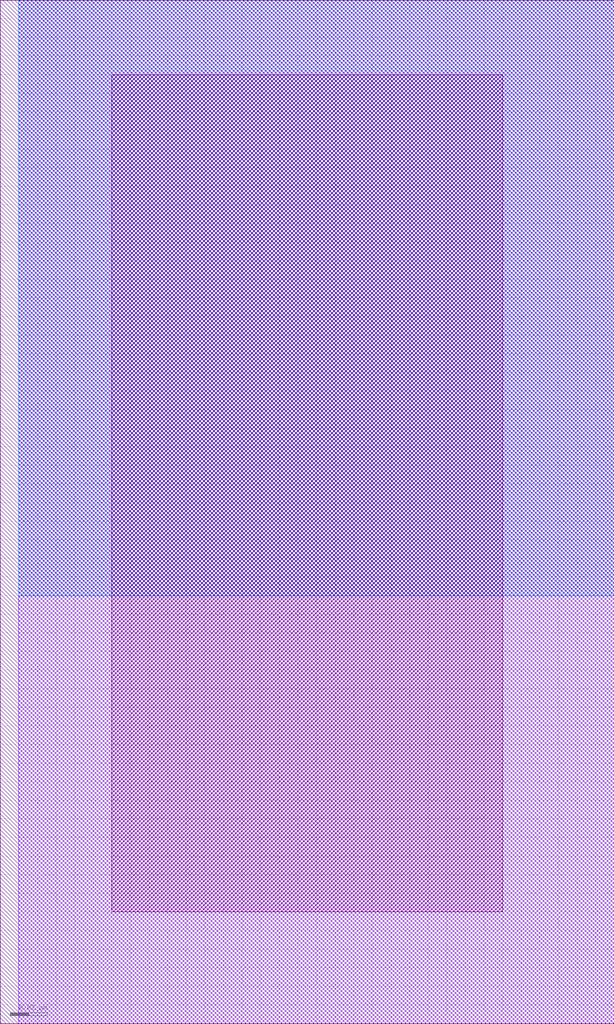
<source format=lef>
VERSION 5.7 ;
  NOWIREEXTENSIONATPIN ON ;
  DIVIDERCHAR "/" ;
  BUSBITCHARS "[]" ;
UNITS
  DATABASE MICRONS 200 ;
END UNITS

LAYER via2
  TYPE CUT ;
END via2

LAYER via
  TYPE CUT ;
END via

LAYER nwell
  TYPE MASTERSLICE ;
END nwell

LAYER via3
  TYPE CUT ;
END via3

LAYER pwell
  TYPE MASTERSLICE ;
END pwell

LAYER via4
  TYPE CUT ;
END via4

LAYER mcon
  TYPE CUT ;
END mcon

LAYER met6
  TYPE ROUTING ;
  WIDTH 0.030000 ;
  SPACING 0.040000 ;
  DIRECTION HORIZONTAL ;
END met6

LAYER met1
  TYPE ROUTING ;
  WIDTH 0.140000 ;
  SPACING 0.140000 ;
  DIRECTION HORIZONTAL ;
END met1

LAYER met3
  TYPE ROUTING ;
  WIDTH 0.300000 ;
  SPACING 0.300000 ;
  DIRECTION HORIZONTAL ;
END met3

LAYER met2
  TYPE ROUTING ;
  WIDTH 0.140000 ;
  SPACING 0.140000 ;
  DIRECTION HORIZONTAL ;
END met2

LAYER met4
  TYPE ROUTING ;
  WIDTH 0.300000 ;
  SPACING 0.300000 ;
  DIRECTION HORIZONTAL ;
END met4

LAYER met5
  TYPE ROUTING ;
  WIDTH 1.600000 ;
  SPACING 1.600000 ;
  DIRECTION HORIZONTAL ;
END met5

LAYER li1
  TYPE ROUTING ;
  WIDTH 0.170000 ;
  SPACING 0.170000 ;
  DIRECTION HORIZONTAL ;
END li1

MACRO sky130_hilas_poly2m2
  CLASS BLOCK ;
  FOREIGN sky130_hilas_poly2m2 ;
  ORIGIN 0.090 0.260 ;
  SIZE 0.330 BY 0.550 ;
  OBS
      LAYER li1 ;
        RECT -0.030 -0.200 0.180 0.250 ;
      LAYER met1 ;
        RECT -0.080 -0.260 0.240 0.290 ;
      LAYER met2 ;
        RECT -0.080 -0.030 0.240 0.290 ;
  END
END sky130_hilas_poly2m2
END LIBRARY


</source>
